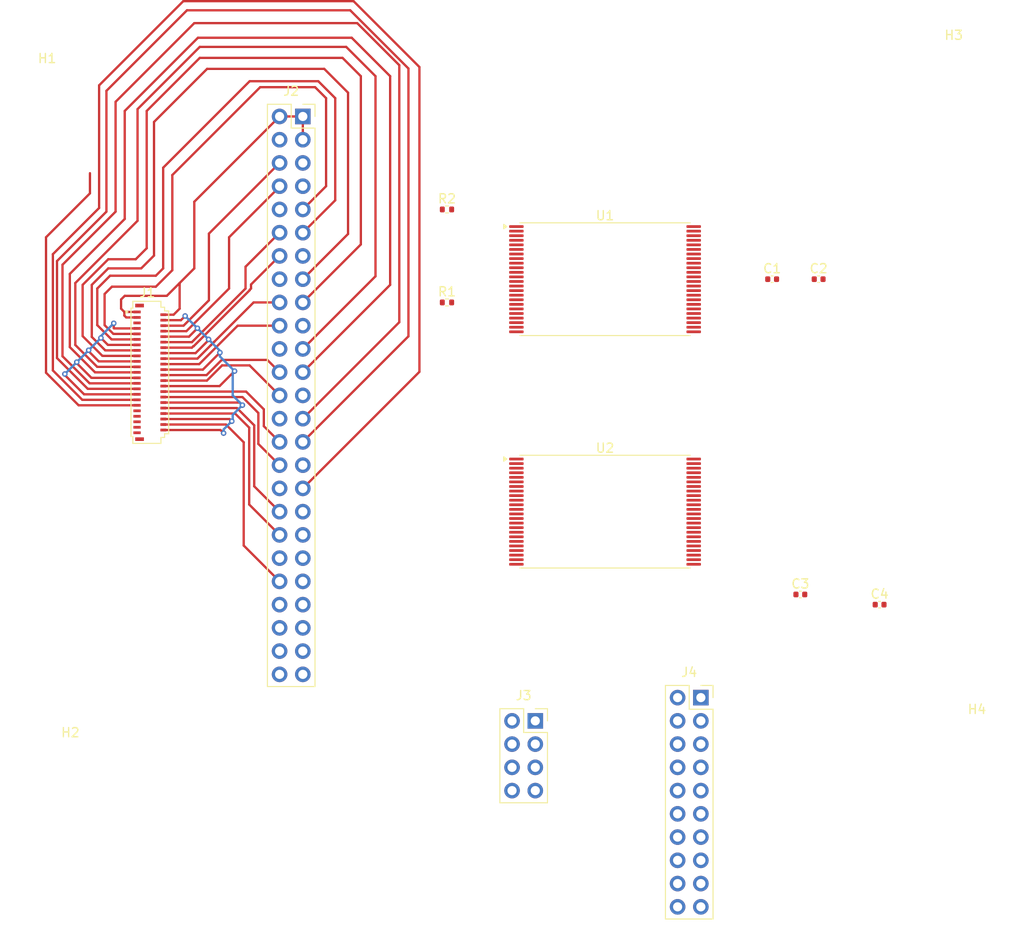
<source format=kicad_pcb>
(kicad_pcb (version 20241229) (generator "pcbnew") (generator_version "9.0")
  (layers (0 "F.Cu" signal) (2 "B.Cu" signal) (13 "F.Paste" user) (15 "B.Paste" user) (5 "F.SilkS" user "F.Silkscreen") (7 "B.SilkS" user "B.Silkscreen") (1 "F.Mask" user) (3 "B.Mask" user) (25 "Edge.Cuts" user))
  (net 0 "")
  (net 1 "GND")
  (net 2 "+3V3")
  (net 3 "/IO3")
  (net 4 "/IO2")
  (net 5 "/MISC7")
  (net 6 "/IO4")
  (net 7 "/MISC3")
  (net 8 "/RY{slash}BY#")
  (net 9 "/MISC4")
  (net 10 "/MISC6")
  (net 11 "/CE0#")
  (net 12 "/IO1")
  (net 13 "/CLE")
  (net 14 "/MISC2")
  (net 15 "/MISC5")
  (net 16 "/RE#")
  (net 17 "/UART_RX")
  (net 18 "/IO5")
  (net 19 "/IO6")
  (net 20 "/IO7")
  (net 21 "/WP#")
  (net 22 "/CE1#")
  (net 23 "/ALE")
  (net 24 "/IO8")
  (net 25 "/WE#")
  (net 26 "/MISC0")
  (net 27 "/UART_TX")
  (net 28 "/MISC1")
  (footprint "Capacitor_SMD:C_0402_1005Metric" (layer "F.Cu") (at 130.02 68.58)
    (property "Reference" "C2" (at 0 -1.16 0) (layer "F.SilkS"))
    (property "Value" "10u")
    (pad "1" smd roundrect (at -0.48 0) (size 0.56 0.62) (layers "F.Cu" "F.Mask" "F.Paste") (net 2 "+3V3"))
    (pad "2" smd roundrect (at 0.48 0) (size 0.56 0.62) (layers "F.Cu" "F.Mask" "F.Paste") (net 1 "GND"))
  )
  (footprint "Connector_PinSocket_2.54mm:PinSocket_2x10_P2.54mm_Vertical" (layer "F.Cu") (at 117.15 114.3)
    (property "Reference" "J4" (at -1.27 -2.77 0) (layer "F.SilkS"))
    (property "Value" "Conn_MISC")
    (pad "1" thru_hole rect (at 0 0) (size 1.7 1.7) (drill 1) (layers "*.Cu" "*.Mask") (net 26 "/MISC0"))
    (pad "2" thru_hole circle (at -2.54 0) (size 1.7 1.7) (drill 1) (layers "*.Cu" "*.Mask") (net 1 "GND"))
    (pad "3" thru_hole circle (at 0 2.54) (size 1.7 1.7) (drill 1) (layers "*.Cu" "*.Mask") (net 28 "/MISC1"))
    (pad "4" thru_hole circle (at -2.54 2.54) (size 1.7 1.7) (drill 1) (layers "*.Cu" "*.Mask") (net 1 "GND"))
    (pad "5" thru_hole circle (at 0 5.08) (size 1.7 1.7) (drill 1) (layers "*.Cu" "*.Mask") (net 14 "/MISC2"))
    (pad "6" thru_hole circle (at -2.54 5.08) (size 1.7 1.7) (drill 1) (layers "*.Cu" "*.Mask") (net 1 "GND"))
    (pad "7" thru_hole circle (at 0 7.62) (size 1.7 1.7) (drill 1) (layers "*.Cu" "*.Mask") (net 7 "/MISC3"))
    (pad "8" thru_hole circle (at -2.54 7.62) (size 1.7 1.7) (drill 1) (layers "*.Cu" "*.Mask") (net 1 "GND"))
    (pad "9" thru_hole circle (at 0 10.16) (size 1.7 1.7) (drill 1) (layers "*.Cu" "*.Mask") (net 9 "/MISC4"))
    (pad "10" thru_hole circle (at -2.54 10.16) (size 1.7 1.7) (drill 1) (layers "*.Cu" "*.Mask") (net 1 "GND"))
    (pad "11" thru_hole circle (at 0 12.7) (size 1.7 1.7) (drill 1) (layers "*.Cu" "*.Mask") (net 15 "/MISC5"))
    (pad "12" thru_hole circle (at -2.54 12.7) (size 1.7 1.7) (drill 1) (layers "*.Cu" "*.Mask") (net 1 "GND"))
    (pad "13" thru_hole circle (at 0 15.24) (size 1.7 1.7) (drill 1) (layers "*.Cu" "*.Mask") (net 10 "/MISC6"))
    (pad "14" thru_hole circle (at -2.54 15.24) (size 1.7 1.7) (drill 1) (layers "*.Cu" "*.Mask") (net 1 "GND"))
    (pad "15" thru_hole circle (at 0 17.78) (size 1.7 1.7) (drill 1) (layers "*.Cu" "*.Mask") (net 5 "/MISC7"))
    (pad "16" thru_hole circle (at -2.54 17.78) (size 1.7 1.7) (drill 1) (layers "*.Cu" "*.Mask") (net 1 "GND"))
    (pad "17" thru_hole circle (at 0 20.32) (size 1.7 1.7) (drill 1) (layers "*.Cu" "*.Mask") (net 2 "+3V3"))
    (pad "18" thru_hole circle (at -2.54 20.32) (size 1.7 1.7) (drill 1) (layers "*.Cu" "*.Mask") (net 1 "GND"))
    (pad "19" thru_hole circle (at 0 22.86) (size 1.7 1.7) (drill 1) (layers "*.Cu" "*.Mask") (net 1 "GND"))
    (pad "20" thru_hole circle (at -2.54 22.86) (size 1.7 1.7) (drill 1) (layers "*.Cu" "*.Mask") (net 1 "GND"))
  )
  (footprint "Connector_FFC-FPC:Hirose_FH26-45S-0.3SHW_2Rows-45Pins-1MP_P0.60mm_Horizontal" (layer "F.Cu") (at 56.945 78.76)
    (property "Reference" "J1" (at -0.27 -8.7 0) (layer "F.SilkS"))
    (property "Value" "FH26-45S-0.3SHW")
    (pad "1" smd rect (at -1.4 -6.6) (size 0.8 0.3) (layers "F.Cu" "F.Mask" "F.Paste") (net 2 "+3V3"))
    (pad "2" smd rect (at 1.475 -6.3) (size 0.65 0.3) (layers "F.Cu" "F.Mask" "F.Paste") (net 2 "+3V3"))
    (pad "3" smd rect (at -1.4 -6) (size 0.8 0.3) (layers "F.Cu" "F.Mask" "F.Paste") (net 2 "+3V3"))
    (pad "4" smd rect (at 1.475 -5.7) (size 0.65 0.3) (layers "F.Cu" "F.Mask" "F.Paste") (net 1 "GND"))
    (pad "5" smd rect (at -1.4 -5.4) (size 0.8 0.3) (layers "F.Cu" "F.Mask" "F.Paste") (net 12 "/IO1"))
    (pad "6" smd rect (at 1.475 -5.1) (size 0.65 0.3) (layers "F.Cu" "F.Mask" "F.Paste") (net 4 "/IO2"))
    (pad "7" smd rect (at -1.4 -4.8) (size 0.8 0.3) (layers "F.Cu" "F.Mask" "F.Paste") (net 1 "GND"))
    (pad "8" smd rect (at 1.475 -4.5) (size 0.65 0.3) (layers "F.Cu" "F.Mask" "F.Paste") (net 3 "/IO3"))
    (pad "9" smd rect (at -1.4 -4.2) (size 0.8 0.3) (layers "F.Cu" "F.Mask" "F.Paste") (net 6 "/IO4"))
    (pad "10" smd rect (at 1.475 -3.9) (size 0.65 0.3) (layers "F.Cu" "F.Mask" "F.Paste") (net 1 "GND"))
    (pad "11" smd rect (at -1.4 -3.6) (size 0.8 0.3) (layers "F.Cu" "F.Mask" "F.Paste") (net 18 "/IO5"))
    (pad "12" smd rect (at 1.475 -3.3) (size 0.65 0.3) (layers "F.Cu" "F.Mask" "F.Paste") (net 19 "/IO6"))
    (pad "13" smd rect (at -1.4 -3) (size 0.8 0.3) (layers "F.Cu" "F.Mask" "F.Paste") (net 1 "GND"))
    (pad "14" smd rect (at 1.475 -2.7) (size 0.65 0.3) (layers "F.Cu" "F.Mask" "F.Paste") (net 20 "/IO7"))
    (pad "15" smd rect (at -1.4 -2.4) (size 0.8 0.3) (layers "F.Cu" "F.Mask" "F.Paste") (net 24 "/IO8"))
    (pad "16" smd rect (at 1.475 -2.1) (size 0.65 0.3) (layers "F.Cu" "F.Mask" "F.Paste") (net 1 "GND"))
    (pad "17" smd rect (at -1.4 -1.8) (size 0.8 0.3) (layers "F.Cu" "F.Mask" "F.Paste") (net 11 "/CE0#"))
    (pad "18" smd rect (at 1.475 -1.5) (size 0.65 0.3) (layers "F.Cu" "F.Mask" "F.Paste") (net 22 "/CE1#"))
    (pad "19" smd rect (at -1.4 -1.2) (size 0.8 0.3) (layers "F.Cu" "F.Mask" "F.Paste") (net 1 "GND"))
    (pad "20" smd rect (at 1.475 -0.9) (size 0.65 0.3) (layers "F.Cu" "F.Mask" "F.Paste") (net 13 "/CLE"))
    (pad "21" smd rect (at -1.4 -0.6) (size 0.8 0.3) (layers "F.Cu" "F.Mask" "F.Paste") (net 23 "/ALE"))
    (pad "22" smd rect (at 1.475 -0.3) (size 0.65 0.3) (layers "F.Cu" "F.Mask" "F.Paste") (net 1 "GND"))
    (pad "23" smd rect (at -1.4 0) (size 0.8 0.3) (layers "F.Cu" "F.Mask" "F.Paste") (net 21 "/WP#"))
    (pad "24" smd rect (at 1.475 0.3) (size 0.65 0.3) (layers "F.Cu" "F.Mask" "F.Paste") (net 25 "/WE#"))
    (pad "25" smd rect (at -1.4 0.6) (size 0.8 0.3) (layers "F.Cu" "F.Mask" "F.Paste") (net 1 "GND"))
    (pad "26" smd rect (at 1.475 0.9) (size 0.65 0.3) (layers "F.Cu" "F.Mask" "F.Paste") (net 16 "/RE#"))
    (pad "27" smd rect (at -1.4 1.2) (size 0.8 0.3) (layers "F.Cu" "F.Mask" "F.Paste") (net 8 "/RY{slash}BY#"))
    (pad "28" smd rect (at 1.475 1.5) (size 0.65 0.3) (layers "F.Cu" "F.Mask" "F.Paste") (net 1 "GND"))
    (pad "29" smd rect (at -1.4 1.8) (size 0.8 0.3) (layers "F.Cu" "F.Mask" "F.Paste") (net 27 "/UART_TX"))
    (pad "30" smd rect (at 1.475 2.1) (size 0.65 0.3) (layers "F.Cu" "F.Mask" "F.Paste") (net 17 "/UART_RX"))
    (pad "31" smd rect (at -1.4 2.4) (size 0.8 0.3) (layers "F.Cu" "F.Mask" "F.Paste") (net 1 "GND"))
    (pad "32" smd rect (at 1.475 2.7) (size 0.65 0.3) (layers "F.Cu" "F.Mask" "F.Paste") (net 26 "/MISC0"))
    (pad "33" smd rect (at -1.4 3) (size 0.8 0.3) (layers "F.Cu" "F.Mask" "F.Paste") (net 28 "/MISC1"))
    (pad "34" smd rect (at 1.475 3.3) (size 0.65 0.3) (layers "F.Cu" "F.Mask" "F.Paste") (net 1 "GND"))
    (pad "35" smd rect (at -1.4 3.6) (size 0.8 0.3) (layers "F.Cu" "F.Mask" "F.Paste") (net 14 "/MISC2"))
    (pad "36" smd rect (at 1.475 3.9) (size 0.65 0.3) (layers "F.Cu" "F.Mask" "F.Paste") (net 7 "/MISC3"))
    (pad "37" smd rect (at -1.4 4.2) (size 0.8 0.3) (layers "F.Cu" "F.Mask" "F.Paste") (net 1 "GND"))
    (pad "38" smd rect (at 1.475 4.5) (size 0.65 0.3) (layers "F.Cu" "F.Mask" "F.Paste") (net 9 "/MISC4"))
    (pad "39" smd rect (at -1.4 4.8) (size 0.8 0.3) (layers "F.Cu" "F.Mask" "F.Paste") (net 15 "/MISC5"))
    (pad "40" smd rect (at 1.475 5.1) (size 0.65 0.3) (layers "F.Cu" "F.Mask" "F.Paste") (net 1 "GND"))
    (pad "41" smd rect (at -1.4 5.4) (size 0.8 0.3) (layers "F.Cu" "F.Mask" "F.Paste") (net 10 "/MISC6"))
    (pad "42" smd rect (at 1.475 5.7) (size 0.65 0.3) (layers "F.Cu" "F.Mask" "F.Paste") (net 5 "/MISC7"))
    (pad "43" smd rect (at -1.4 6) (size 0.8 0.3) (layers "F.Cu" "F.Mask" "F.Paste") (net 1 "GND"))
    (pad "44" smd rect (at 1.475 6.3) (size 0.65 0.3) (layers "F.Cu" "F.Mask" "F.Paste") (net 1 "GND"))
    (pad "45" smd rect (at -1.4 6.6) (size 0.8 0.3) (layers "F.Cu" "F.Mask" "F.Paste") (net 1 "GND"))
    (pad "MP" smd rect (at -1.125 -7.3) (size 0.95 0.4) (layers "F.Cu" "F.Mask" "F.Paste"))
    (pad "MP" smd rect (at -1.125 7.3) (size 0.95 0.4) (layers "F.Cu" "F.Mask" "F.Paste"))
  )
  (footprint "Resistor_SMD:R_0402_1005Metric" (layer "F.Cu") (at 89.41 71.12)
    (property "Reference" "R1" (at 0 -1.17 0) (layer "F.SilkS"))
    (property "Value" "5k1")
    (pad "1" smd roundrect (at -0.51 0) (size 0.54 0.64) (layers "F.Cu" "F.Mask" "F.Paste") (net 21 "/WP#"))
    (pad "2" smd roundrect (at 0.51 0) (size 0.54 0.64) (layers "F.Cu" "F.Mask" "F.Paste") (net 1 "GND"))
  )
  (footprint "Connector_PinSocket_2.54mm:PinSocket_2x25_P2.54mm_Vertical" (layer "F.Cu") (at 73.66 50.8)
    (property "Reference" "J2" (at -1.27 -2.77 0) (layer "F.SilkS"))
    (property "Value" "PinSocket_2.54mm")
    (pad "1" thru_hole rect (at 0 0) (size 1.7 1.7) (drill 1) (layers "*.Cu" "*.Mask") (net 2 "+3V3"))
    (pad "2" thru_hole circle (at -2.54 0) (size 1.7 1.7) (drill 1) (layers "*.Cu" "*.Mask") (net 2 "+3V3"))
    (pad "3" thru_hole circle (at 0 2.54) (size 1.7 1.7) (drill 1) (layers "*.Cu" "*.Mask") (net 2 "+3V3"))
    (pad "4" thru_hole circle (at -2.54 2.54) (size 1.7 1.7) (drill 1) (layers "*.Cu" "*.Mask") (net 1 "GND"))
    (pad "5" thru_hole circle (at 0 5.08) (size 1.7 1.7) (drill 1) (layers "*.Cu" "*.Mask") (net 12 "/IO1"))
    (pad "6" thru_hole circle (at -2.54 5.08) (size 1.7 1.7) (drill 1) (layers "*.Cu" "*.Mask") (net 4 "/IO2"))
    (pad "7" thru_hole circle (at 0 7.62) (size 1.7 1.7) (drill 1) (layers "*.Cu" "*.Mask") (net 1 "GND"))
    (pad "8" thru_hole circle (at -2.54 7.62) (size 1.7 1.7) (drill 1) (layers "*.Cu" "*.Mask") (net 3 "/IO3"))
    (pad "9" thru_hole circle (at 0 10.16) (size 1.7 1.7) (drill 1) (layers "*.Cu" "*.Mask") (net 6 "/IO4"))
    (pad "10" thru_hole circle (at -2.54 10.16) (size 1.7 1.7) (drill 1) (layers "*.Cu" "*.Mask") (net 1 "GND"))
    (pad "11" thru_hole circle (at 0 12.7) (size 1.7 1.7) (drill 1) (layers "*.Cu" "*.Mask") (net 18 "/IO5"))
    (pad "12" thru_hole circle (at -2.54 12.7) (size 1.7 1.7) (drill 1) (layers "*.Cu" "*.Mask") (net 19 "/IO6"))
    (pad "13" thru_hole circle (at 0 15.24) (size 1.7 1.7) (drill 1) (layers "*.Cu" "*.Mask") (net 1 "GND"))
    (pad "14" thru_hole circle (at -2.54 15.24) (size 1.7 1.7) (drill 1) (layers "*.Cu" "*.Mask") (net 20 "/IO7"))
    (pad "15" thru_hole circle (at 0 17.78) (size 1.7 1.7) (drill 1) (layers "*.Cu" "*.Mask") (net 24 "/IO8"))
    (pad "16" thru_hole circle (at -2.54 17.78) (size 1.7 1.7) (drill 1) (layers "*.Cu" "*.Mask") (net 1 "GND"))
    (pad "17" thru_hole circle (at 0 20.32) (size 1.7 1.7) (drill 1) (layers "*.Cu" "*.Mask") (net 11 "/CE0#"))
    (pad "18" thru_hole circle (at -2.54 20.32) (size 1.7 1.7) (drill 1) (layers "*.Cu" "*.Mask") (net 22 "/CE1#"))
    (pad "19" thru_hole circle (at 0 22.86) (size 1.7 1.7) (drill 1) (layers "*.Cu" "*.Mask") (net 1 "GND"))
    (pad "20" thru_hole circle (at -2.54 22.86) (size 1.7 1.7) (drill 1) (layers "*.Cu" "*.Mask") (net 13 "/CLE"))
    (pad "21" thru_hole circle (at 0 25.4) (size 1.7 1.7) (drill 1) (layers "*.Cu" "*.Mask") (net 23 "/ALE"))
    (pad "22" thru_hole circle (at -2.54 25.4) (size 1.7 1.7) (drill 1) (layers "*.Cu" "*.Mask") (net 1 "GND"))
    (pad "23" thru_hole circle (at 0 27.94) (size 1.7 1.7) (drill 1) (layers "*.Cu" "*.Mask") (net 21 "/WP#"))
    (pad "24" thru_hole circle (at -2.54 27.94) (size 1.7 1.7) (drill 1) (layers "*.Cu" "*.Mask") (net 25 "/WE#"))
    (pad "25" thru_hole circle (at 0 30.48) (size 1.7 1.7) (drill 1) (layers "*.Cu" "*.Mask") (net 1 "GND"))
    (pad "26" thru_hole circle (at -2.54 30.48) (size 1.7 1.7) (drill 1) (layers "*.Cu" "*.Mask") (net 16 "/RE#"))
    (pad "27" thru_hole circle (at 0 33.02) (size 1.7 1.7) (drill 1) (layers "*.Cu" "*.Mask") (net 8 "/RY{slash}BY#"))
    (pad "28" thru_hole circle (at -2.54 33.02) (size 1.7 1.7) (drill 1) (layers "*.Cu" "*.Mask") (net 1 "GND"))
    (pad "29" thru_hole circle (at 0 35.56) (size 1.7 1.7) (drill 1) (layers "*.Cu" "*.Mask") (net 27 "/UART_TX"))
    (pad "30" thru_hole circle (at -2.54 35.56) (size 1.7 1.7) (drill 1) (layers "*.Cu" "*.Mask") (net 17 "/UART_RX"))
    (pad "31" thru_hole circle (at 0 38.1) (size 1.7 1.7) (drill 1) (layers "*.Cu" "*.Mask") (net 1 "GND"))
    (pad "32" thru_hole circle (at -2.54 38.1) (size 1.7 1.7) (drill 1) (layers "*.Cu" "*.Mask") (net 26 "/MISC0"))
    (pad "33" thru_hole circle (at 0 40.64) (size 1.7 1.7) (drill 1) (layers "*.Cu" "*.Mask") (net 28 "/MISC1"))
    (pad "34" thru_hole circle (at -2.54 40.64) (size 1.7 1.7) (drill 1) (layers "*.Cu" "*.Mask") (net 1 "GND"))
    (pad "35" thru_hole circle (at 0 43.18) (size 1.7 1.7) (drill 1) (layers "*.Cu" "*.Mask") (net 14 "/MISC2"))
    (pad "36" thru_hole circle (at -2.54 43.18) (size 1.7 1.7) (drill 1) (layers "*.Cu" "*.Mask") (net 7 "/MISC3"))
    (pad "37" thru_hole circle (at 0 45.72) (size 1.7 1.7) (drill 1) (layers "*.Cu" "*.Mask") (net 1 "GND"))
    (pad "38" thru_hole circle (at -2.54 45.72) (size 1.7 1.7) (drill 1) (layers "*.Cu" "*.Mask") (net 9 "/MISC4"))
    (pad "39" thru_hole circle (at 0 48.26) (size 1.7 1.7) (drill 1) (layers "*.Cu" "*.Mask") (net 15 "/MISC5"))
    (pad "40" thru_hole circle (at -2.54 48.26) (size 1.7 1.7) (drill 1) (layers "*.Cu" "*.Mask") (net 1 "GND"))
    (pad "41" thru_hole circle (at 0 50.8) (size 1.7 1.7) (drill 1) (layers "*.Cu" "*.Mask") (net 10 "/MISC6"))
    (pad "42" thru_hole circle (at -2.54 50.8) (size 1.7 1.7) (drill 1) (layers "*.Cu" "*.Mask") (net 5 "/MISC7"))
    (pad "43" thru_hole circle (at 0 53.34) (size 1.7 1.7) (drill 1) (layers "*.Cu" "*.Mask") (net 1 "GND"))
    (pad "44" thru_hole circle (at -2.54 53.34) (size 1.7 1.7) (drill 1) (layers "*.Cu" "*.Mask") (net 1 "GND"))
    (pad "45" thru_hole circle (at 0 55.88) (size 1.7 1.7) (drill 1) (layers "*.Cu" "*.Mask") (net 1 "GND"))
    (pad "46" thru_hole circle (at -2.54 55.88) (size 1.7 1.7) (drill 1) (layers "*.Cu" "*.Mask"))
    (pad "47" thru_hole circle (at 0 58.42) (size 1.7 1.7) (drill 1) (layers "*.Cu" "*.Mask"))
    (pad "48" thru_hole circle (at -2.54 58.42) (size 1.7 1.7) (drill 1) (layers "*.Cu" "*.Mask"))
    (pad "49" thru_hole circle (at 0 60.96) (size 1.7 1.7) (drill 1) (layers "*.Cu" "*.Mask"))
    (pad "50" thru_hole circle (at -2.54 60.96) (size 1.7 1.7) (drill 1) (layers "*.Cu" "*.Mask"))
  )
  (footprint "Capacitor_SMD:C_0402_1005Metric" (layer "F.Cu") (at 124.94 68.58)
    (property "Reference" "C1" (at 0 -1.16 0) (layer "F.SilkS"))
    (property "Value" "0.1u")
    (pad "1" smd roundrect (at -0.48 0) (size 0.56 0.62) (layers "F.Cu" "F.Mask" "F.Paste") (net 2 "+3V3"))
    (pad "2" smd roundrect (at 0.48 0) (size 0.56 0.62) (layers "F.Cu" "F.Mask" "F.Paste") (net 1 "GND"))
  )
  (footprint "MountingHole:MountingHole_3.2mm_M3_ISO7380" (layer "F.Cu") (at 48.26 121.92)
    (property "Reference" "H2" (at 0 -3.8 0) (layer "F.SilkS"))
    (property "Value" "MountingHole")
    (pad "" np_thru_hole circle (at 0 0) (size 3.2 3.2) (drill 3.2) (layers "*.Cu" "*.Mask"))
  )
  (footprint "Package_SO:TSOP-I-48_18.4x12mm_P0.5mm" (layer "F.Cu") (at 106.68 68.58)
    (property "Reference" "U1" (at 0 -6.95 0) (layer "F.SilkS"))
    (property "Value" "TC58BVG0S3HTA00")
    (pad "1" smd roundrect (at -9.6875 -5.75) (size 1.575 0.3) (layers "F.Cu" "F.Mask" "F.Paste"))
    (pad "2" smd roundrect (at -9.6875 -5.25) (size 1.575 0.3) (layers "F.Cu" "F.Mask" "F.Paste"))
    (pad "3" smd roundrect (at -9.6875 -4.75) (size 1.575 0.3) (layers "F.Cu" "F.Mask" "F.Paste"))
    (pad "4" smd roundrect (at -9.6875 -4.25) (size 1.575 0.3) (layers "F.Cu" "F.Mask" "F.Paste"))
    (pad "5" smd roundrect (at -9.6875 -3.75) (size 1.575 0.3) (layers "F.Cu" "F.Mask" "F.Paste"))
    (pad "6" smd roundrect (at -9.6875 -3.25) (size 1.575 0.3) (layers "F.Cu" "F.Mask" "F.Paste"))
    (pad "7" smd roundrect (at -9.6875 -2.75) (size 1.575 0.3) (layers "F.Cu" "F.Mask" "F.Paste") (net 8 "/RY{slash}BY#"))
    (pad "8" smd roundrect (at -9.6875 -2.25) (size 1.575 0.3) (layers "F.Cu" "F.Mask" "F.Paste") (net 16 "/RE#"))
    (pad "9" smd roundrect (at -9.6875 -1.75) (size 1.575 0.3) (layers "F.Cu" "F.Mask" "F.Paste") (net 11 "/CE0#"))
    (pad "10" smd roundrect (at -9.6875 -1.25) (size 1.575 0.3) (layers "F.Cu" "F.Mask" "F.Paste"))
    (pad "11" smd roundrect (at -9.6875 -0.75) (size 1.575 0.3) (layers "F.Cu" "F.Mask" "F.Paste"))
    (pad "12" smd roundrect (at -9.6875 -0.25) (size 1.575 0.3) (layers "F.Cu" "F.Mask" "F.Paste") (net 2 "+3V3"))
    (pad "13" smd roundrect (at -9.6875 0.25) (size 1.575 0.3) (layers "F.Cu" "F.Mask" "F.Paste") (net 1 "GND"))
    (pad "14" smd roundrect (at -9.6875 0.75) (size 1.575 0.3) (layers "F.Cu" "F.Mask" "F.Paste"))
    (pad "15" smd roundrect (at -9.6875 1.25) (size 1.575 0.3) (layers "F.Cu" "F.Mask" "F.Paste"))
    (pad "16" smd roundrect (at -9.6875 1.75) (size 1.575 0.3) (layers "F.Cu" "F.Mask" "F.Paste") (net 13 "/CLE"))
    (pad "17" smd roundrect (at -9.6875 2.25) (size 1.575 0.3) (layers "F.Cu" "F.Mask" "F.Paste") (net 23 "/ALE"))
    (pad "18" smd roundrect (at -9.6875 2.75) (size 1.575 0.3) (layers "F.Cu" "F.Mask" "F.Paste") (net 25 "/WE#"))
    (pad "19" smd roundrect (at -9.6875 3.25) (size 1.575 0.3) (layers "F.Cu" "F.Mask" "F.Paste") (net 21 "/WP#"))
    (pad "20" smd roundrect (at -9.6875 3.75) (size 1.575 0.3) (layers "F.Cu" "F.Mask" "F.Paste"))
    (pad "21" smd roundrect (at -9.6875 4.25) (size 1.575 0.3) (layers "F.Cu" "F.Mask" "F.Paste"))
    (pad "22" smd roundrect (at -9.6875 4.75) (size 1.575 0.3) (layers "F.Cu" "F.Mask" "F.Paste"))
    (pad "23" smd roundrect (at -9.6875 5.25) (size 1.575 0.3) (layers "F.Cu" "F.Mask" "F.Paste"))
    (pad "24" smd roundrect (at -9.6875 5.75) (size 1.575 0.3) (layers "F.Cu" "F.Mask" "F.Paste"))
    (pad "25" smd roundrect (at 9.6875 5.75) (size 1.575 0.3) (layers "F.Cu" "F.Mask" "F.Paste"))
    (pad "26" smd roundrect (at 9.6875 5.25) (size 1.575 0.3) (layers "F.Cu" "F.Mask" "F.Paste"))
    (pad "27" smd roundrect (at 9.6875 4.75) (size 1.575 0.3) (layers "F.Cu" "F.Mask" "F.Paste"))
    (pad "28" smd roundrect (at 9.6875 4.25) (size 1.575 0.3) (layers "F.Cu" "F.Mask" "F.Paste"))
    (pad "29" smd roundrect (at 9.6875 3.75) (size 1.575 0.3) (layers "F.Cu" "F.Mask" "F.Paste") (net 12 "/IO1"))
    (pad "30" smd roundrect (at 9.6875 3.25) (size 1.575 0.3) (layers "F.Cu" "F.Mask" "F.Paste") (net 4 "/IO2"))
    (pad "31" smd roundrect (at 9.6875 2.75) (size 1.575 0.3) (layers "F.Cu" "F.Mask" "F.Paste") (net 3 "/IO3"))
    (pad "32" smd roundrect (at 9.6875 2.25) (size 1.575 0.3) (layers "F.Cu" "F.Mask" "F.Paste") (net 6 "/IO4"))
    (pad "33" smd roundrect (at 9.6875 1.75) (size 1.575 0.3) (layers "F.Cu" "F.Mask" "F.Paste"))
    (pad "34" smd roundrect (at 9.6875 1.25) (size 1.575 0.3) (layers "F.Cu" "F.Mask" "F.Paste"))
    (pad "35" smd roundrect (at 9.6875 0.75) (size 1.575 0.3) (layers "F.Cu" "F.Mask" "F.Paste"))
    (pad "36" smd roundrect (at 9.6875 0.25) (size 1.575 0.3) (layers "F.Cu" "F.Mask" "F.Paste") (net 1 "GND"))
    (pad "37" smd roundrect (at 9.6875 -0.25) (size 1.575 0.3) (layers "F.Cu" "F.Mask" "F.Paste") (net 2 "+3V3"))
    (pad "38" smd roundrect (at 9.6875 -0.75) (size 1.575 0.3) (layers "F.Cu" "F.Mask" "F.Paste"))
    (pad "39" smd roundrect (at 9.6875 -1.25) (size 1.575 0.3) (layers "F.Cu" "F.Mask" "F.Paste"))
    (pad "40" smd roundrect (at 9.6875 -1.75) (size 1.575 0.3) (layers "F.Cu" "F.Mask" "F.Paste"))
    (pad "41" smd roundrect (at 9.6875 -2.25) (size 1.575 0.3) (layers "F.Cu" "F.Mask" "F.Paste") (net 18 "/IO5"))
    (pad "42" smd roundrect (at 9.6875 -2.75) (size 1.575 0.3) (layers "F.Cu" "F.Mask" "F.Paste") (net 19 "/IO6"))
    (pad "43" smd roundrect (at 9.6875 -3.25) (size 1.575 0.3) (layers "F.Cu" "F.Mask" "F.Paste") (net 20 "/IO7"))
    (pad "44" smd roundrect (at 9.6875 -3.75) (size 1.575 0.3) (layers "F.Cu" "F.Mask" "F.Paste") (net 24 "/IO8"))
    (pad "45" smd roundrect (at 9.6875 -4.25) (size 1.575 0.3) (layers "F.Cu" "F.Mask" "F.Paste"))
    (pad "46" smd roundrect (at 9.6875 -4.75) (size 1.575 0.3) (layers "F.Cu" "F.Mask" "F.Paste"))
    (pad "47" smd roundrect (at 9.6875 -5.25) (size 1.575 0.3) (layers "F.Cu" "F.Mask" "F.Paste"))
    (pad "48" smd roundrect (at 9.6875 -5.75) (size 1.575 0.3) (layers "F.Cu" "F.Mask" "F.Paste"))
  )
  (footprint "Capacitor_SMD:C_0402_1005Metric" (layer "F.Cu") (at 128.02 103.03)
    (property "Reference" "C3" (at 0 -1.16 0) (layer "F.SilkS"))
    (property "Value" "0.1u")
    (pad "1" smd roundrect (at -0.48 0) (size 0.56 0.62) (layers "F.Cu" "F.Mask" "F.Paste") (net 2 "+3V3"))
    (pad "2" smd roundrect (at 0.48 0) (size 0.56 0.62) (layers "F.Cu" "F.Mask" "F.Paste") (net 1 "GND"))
  )
  (footprint "MountingHole:MountingHole_3.2mm_M3_ISO7380" (layer "F.Cu") (at 147.32 119.38)
    (property "Reference" "H4" (at 0 -3.8 0) (layer "F.SilkS"))
    (property "Value" "MountingHole")
    (pad "" np_thru_hole circle (at 0 0) (size 3.2 3.2) (drill 3.2) (layers "*.Cu" "*.Mask"))
  )
  (footprint "Capacitor_SMD:C_0402_1005Metric" (layer "F.Cu") (at 136.68 104.14)
    (property "Reference" "C4" (at 0 -1.16 0) (layer "F.SilkS"))
    (property "Value" "10u")
    (pad "1" smd roundrect (at -0.48 0) (size 0.56 0.62) (layers "F.Cu" "F.Mask" "F.Paste") (net 2 "+3V3"))
    (pad "2" smd roundrect (at 0.48 0) (size 0.56 0.62) (layers "F.Cu" "F.Mask" "F.Paste") (net 1 "GND"))
  )
  (footprint "MountingHole:MountingHole_3.2mm_M3_ISO7380" (layer "F.Cu") (at 144.78 45.72)
    (property "Reference" "H3" (at 0 -3.8 0) (layer "F.SilkS"))
    (property "Value" "MountingHole")
    (pad "" np_thru_hole circle (at 0 0) (size 3.2 3.2) (drill 3.2) (layers "*.Cu" "*.Mask"))
  )
  (footprint "Connector_PinSocket_2.54mm:PinSocket_2x04_P2.54mm_Vertical" (layer "F.Cu") (at 99.06 116.84)
    (property "Reference" "J3" (at -1.27 -2.77 0) (layer "F.SilkS"))
    (property "Value" "Conn_UART")
    (pad "1" thru_hole rect (at 0 0) (size 1.7 1.7) (drill 1) (layers "*.Cu" "*.Mask") (net 27 "/UART_TX"))
    (pad "2" thru_hole circle (at -2.54 0) (size 1.7 1.7) (drill 1) (layers "*.Cu" "*.Mask") (net 1 "GND"))
    (pad "3" thru_hole circle (at 0 2.54) (size 1.7 1.7) (drill 1) (layers "*.Cu" "*.Mask") (net 17 "/UART_RX"))
    (pad "4" thru_hole circle (at -2.54 2.54) (size 1.7 1.7) (drill 1) (layers "*.Cu" "*.Mask") (net 1 "GND"))
    (pad "5" thru_hole circle (at 0 5.08) (size 1.7 1.7) (drill 1) (layers "*.Cu" "*.Mask") (net 2 "+3V3"))
    (pad "6" thru_hole circle (at -2.54 5.08) (size 1.7 1.7) (drill 1) (layers "*.Cu" "*.Mask") (net 1 "GND"))
    (pad "7" thru_hole circle (at 0 7.62) (size 1.7 1.7) (drill 1) (layers "*.Cu" "*.Mask") (net 1 "GND"))
    (pad "8" thru_hole circle (at -2.54 7.62) (size 1.7 1.7) (drill 1) (layers "*.Cu" "*.Mask") (net 1 "GND"))
  )
  (footprint "Resistor_SMD:R_0402_1005Metric" (layer "F.Cu") (at 89.41 60.96)
    (property "Reference" "R2" (at 0 -1.17 0) (layer "F.SilkS"))
    (property "Value" "5k1")
    (pad "1" smd roundrect (at -0.51 0) (size 0.54 0.64) (layers "F.Cu" "F.Mask" "F.Paste") (net 2 "+3V3"))
    (pad "2" smd roundrect (at 0.51 0) (size 0.54 0.64) (layers "F.Cu" "F.Mask" "F.Paste") (net 8 "/RY{slash}BY#"))
  )
  (footprint "MountingHole:MountingHole_3.2mm_M3_ISO7380" (layer "F.Cu") (at 45.72 48.26)
    (property "Reference" "H1" (at 0 -3.8 0) (layer "F.SilkS"))
    (property "Value" "MountingHole")
    (pad "" np_thru_hole circle (at 0 0) (size 3.2 3.2) (drill 3.2) (layers "*.Cu" "*.Mask"))
  )
  (footprint "Package_SO:TSOP-I-48_18.4x12mm_P0.5mm" (layer "F.Cu") (at 106.68 93.98)
    (property "Reference" "U2" (at 0 -6.95 0) (layer "F.SilkS"))
    (property "Value" "TC58BVG0S3HTA00")
    (pad "1" smd roundrect (at -9.6875 -5.75) (size 1.575 0.3) (layers "F.Cu" "F.Mask" "F.Paste"))
    (pad "2" smd roundrect (at -9.6875 -5.25) (size 1.575 0.3) (layers "F.Cu" "F.Mask" "F.Paste"))
    (pad "3" smd roundrect (at -9.6875 -4.75) (size 1.575 0.3) (layers "F.Cu" "F.Mask" "F.Paste"))
    (pad "4" smd roundrect (at -9.6875 -4.25) (size 1.575 0.3) (layers "F.Cu" "F.Mask" "F.Paste"))
    (pad "5" smd roundrect (at -9.6875 -3.75) (size 1.575 0.3) (layers "F.Cu" "F.Mask" "F.Paste"))
    (pad "6" smd roundrect (at -9.6875 -3.25) (size 1.575 0.3) (layers "F.Cu" "F.Mask" "F.Paste"))
    (pad "7" smd roundrect (at -9.6875 -2.75) (size 1.575 0.3) (layers "F.Cu" "F.Mask" "F.Paste") (net 8 "/RY{slash}BY#"))
    (pad "8" smd roundrect (at -9.6875 -2.25) (size 1.575 0.3) (layers "F.Cu" "F.Mask" "F.Paste") (net 16 "/RE#"))
    (pad "9" smd roundrect (at -9.6875 -1.75) (size 1.575 0.3) (layers "F.Cu" "F.Mask" "F.Paste") (net 22 "/CE1#"))
    (pad "10" smd roundrect (at -9.6875 -1.25) (size 1.575 0.3) (layers "F.Cu" "F.Mask" "F.Paste"))
    (pad "11" smd roundrect (at -9.6875 -0.75) (size 1.575 0.3) (layers "F.Cu" "F.Mask" "F.Paste"))
    (pad "12" smd roundrect (at -9.6875 -0.25) (size 1.575 0.3) (layers "F.Cu" "F.Mask" "F.Paste") (net 2 "+3V3"))
    (pad "13" smd roundrect (at -9.6875 0.25) (size 1.575 0.3) (layers "F.Cu" "F.Mask" "F.Paste") (net 1 "GND"))
    (pad "14" smd roundrect (at -9.6875 0.75) (size 1.575 0.3) (layers "F.Cu" "F.Mask" "F.Paste"))
    (pad "15" smd roundrect (at -9.6875 1.25) (size 1.575 0.3) (layers "F.Cu" "F.Mask" "F.Paste"))
    (pad "16" smd roundrect (at -9.6875 1.75) (size 1.575 0.3) (layers "F.Cu" "F.Mask" "F.Paste") (net 13 "/CLE"))
    (pad "17" smd roundrect (at -9.6875 2.25) (size 1.575 0.3) (layers "F.Cu" "F.Mask" "F.Paste") (net 23 "/ALE"))
    (pad "18" smd roundrect (at -9.6875 2.75) (size 1.575 0.3) (layers "F.Cu" "F.Mask" "F.Paste") (net 25 "/WE#"))
    (pad "19" smd roundrect (at -9.6875 3.25) (size 1.575 0.3) (layers "F.Cu" "F.Mask" "F.Paste") (net 21 "/WP#"))
    (pad "20" smd roundrect (at -9.6875 3.75) (size 1.575 0.3) (layers "F.Cu" "F.Mask" "F.Paste"))
    (pad "21" smd roundrect (at -9.6875 4.25) (size 1.575 0.3) (layers "F.Cu" "F.Mask" "F.Paste"))
    (pad "22" smd roundrect (at -9.6875 4.75) (size 1.575 0.3) (layers "F.Cu" "F.Mask" "F.Paste"))
    (pad "23" smd roundrect (at -9.6875 5.25) (size 1.575 0.3) (layers "F.Cu" "F.Mask" "F.Paste"))
    (pad "24" smd roundrect (at -9.6875 5.75) (size 1.575 0.3) (layers "F.Cu" "F.Mask" "F.Paste"))
    (pad "25" smd roundrect (at 9.6875 5.75) (size 1.575 0.3) (layers "F.Cu" "F.Mask" "F.Paste"))
    (pad "26" smd roundrect (at 9.6875 5.25) (size 1.575 0.3) (layers "F.Cu" "F.Mask" "F.Paste"))
    (pad "27" smd roundrect (at 9.6875 4.75) (size 1.575 0.3) (layers "F.Cu" "F.Mask" "F.Paste"))
    (pad "28" smd roundrect (at 9.6875 4.25) (size 1.575 0.3) (layers "F.Cu" "F.Mask" "F.Paste"))
    (pad "29" smd roundrect (at 9.6875 3.75) (size 1.575 0.3) (layers "F.Cu" "F.Mask" "F.Paste") (net 12 "/IO1"))
    (pad "30" smd roundrect (at 9.6875 3.25) (size 1.575 0.3) (layers "F.Cu" "F.Mask" "F.Paste") (net 4 "/IO2"))
    (pad "31" smd roundrect (at 9.6875 2.75) (size 1.575 0.3) (layers "F.Cu" "F.Mask" "F.Paste") (net 3 "/IO3"))
    (pad "32" smd roundrect (at 9.6875 2.25) (size 1.575 0.3) (layers "F.Cu" "F.Mask" "F.Paste") (net 6 "/IO4"))
    (pad "33" smd roundrect (at 9.6875 1.75) (size 1.575 0.3) (layers "F.Cu" "F.Mask" "F.Paste"))
    (pad "34" smd roundrect (at 9.6875 1.25) (size 1.575 0.3) (layers "F.Cu" "F.Mask" "F.Paste"))
    (pad "35" smd roundrect (at 9.6875 0.75) (size 1.575 0.3) (layers "F.Cu" "F.Mask" "F.Paste"))
    (pad "36" smd roundrect (at 9.6875 0.25) (size 1.575 0.3) (layers "F.Cu" "F.Mask" "F.Paste") (net 1 "GND"))
    (pad "37" smd roundrect (at 9.6875 -0.25) (size 1.575 0.3) (layers "F.Cu" "F.Mask" "F.Paste") (net 2 "+3V3"))
    (pad "38" smd roundrect (at 9.6875 -0.75) (size 1.575 0.3) (layers "F.Cu" "F.Mask" "F.Paste"))
    (pad "39" smd roundrect (at 9.6875 -1.25) (size 1.575 0.3) (layers "F.Cu" "F.Mask" "F.Paste"))
    (pad "40" smd roundrect (at 9.6875 -1.75) (size 1.575 0.3) (layers "F.Cu" "F.Mask" "F.Paste"))
    (pad "41" smd roundrect (at 9.6875 -2.25) (size 1.575 0.3) (layers "F.Cu" "F.Mask" "F.Paste") (net 18 "/IO5"))
    (pad "42" smd roundrect (at 9.6875 -2.75) (size 1.575 0.3) (layers "F.Cu" "F.Mask" "F.Paste") (net 19 "/IO6"))
    (pad "43" smd roundrect (at 9.6875 -3.25) (size 1.575 0.3) (layers "F.Cu" "F.Mask" "F.Paste") (net 20 "/IO7"))
    (pad "44" smd roundrect (at 9.6875 -3.75) (size 1.575 0.3) (layers "F.Cu" "F.Mask" "F.Paste") (net 24 "/IO8"))
    (pad "45" smd roundrect (at 9.6875 -4.25) (size 1.575 0.3) (layers "F.Cu" "F.Mask" "F.Paste"))
    (pad "46" smd roundrect (at 9.6875 -4.75) (size 1.575 0.3) (layers "F.Cu" "F.Mask" "F.Paste"))
    (pad "47" smd roundrect (at 9.6875 -5.25) (size 1.575 0.3) (layers "F.Cu" "F.Mask" "F.Paste"))
    (pad "48" smd roundrect (at 9.6875 -5.75) (size 1.575 0.3) (layers "F.Cu" "F.Mask" "F.Paste"))
  )
  (segment (start 50.258058 76.341942) (end 50.258058 76.458058) (width 0.25) (layer "F.Cu") (net 1))
  (segment (start 51.36 77.56) (end 55.545 77.56) (width 0.25) (layer "F.Cu") (net 1))
  (segment (start 58.42 85.06) (end 64.66 85.06) (width 0.25) (layer "F.Cu") (net 1))
  (segment (start 60.34 73.06) (end 58.42 73.06) (width 0.25) (layer "F.Cu") (net 1))
  (segment (start 63.360847 75.239153) (end 61.94 76.66) (width 0.25) (layer "F.Cu") (net 1))
  (segment (start 60.8 72.6) (end 60.34 73.06) (width 0.25) (layer "F.Cu") (net 1))
  (segment (start 47.658058 78.941942) (end 47.658058 79.058058) (width 0.25) (layer "F.Cu") (net 1))
  (segment (start 50.258058 76.458058) (end 51.36 77.56) (width 0.25) (layer "F.Cu") (net 1))
  (segment (start 66.776116 82.06) (end 58.42 82.06) (width 0.25) (layer "F.Cu") (net 1))
  (segment (start 65.66 83.86) (end 58.42 83.86) (width 0.25) (layer "F.Cu") (net 1))
  (segment (start 63.360847 75.160847) (end 63.360847 75.239153) (width 0.25) (layer "F.Cu") (net 1))
  (segment (start 53 73.4) (end 53 73.92) (width 0.25) (layer "F.Cu") (net 1))
  (segment (start 49.76 81.16) (end 55.545 81.16) (width 0.25) (layer "F.Cu") (net 1))
  (segment (start 53 73.92) (end 53.04 73.96) (width 0.25) (layer "F.Cu") (net 1))
  (segment (start 65.9 84.1) (end 65.66 83.86) (width 0.25) (layer "F.Cu") (net 1))
  (segment (start 53.04 73.96) (end 55.545 73.96) (width 0.25) (layer "F.Cu") (net 1))
  (segment (start 62.141942 73.941942) (end 61.223884 74.86) (width 0.25) (layer "F.Cu") (net 1))
  (segment (start 61.94 76.66) (end 58.42 76.66) (width 0.25) (layer "F.Cu") (net 1))
  (segment (start 61.223884 74.86) (end 58.42 74.86) (width 0.25) (layer "F.Cu") (net 1))
  (segment (start 55.545 75.76) (end 52.36 75.76) (width 0.25) (layer "F.Cu") (net 1))
  (segment (start 58.42 80.26) (end 64.565 80.26) (width 0.25) (layer "F.Cu") (net 1))
  (segment (start 48.958058 77.641942) (end 48.958058 77.758058) (width 0.25) (layer "F.Cu") (net 1))
  (segment (start 50.56 79.36) (end 55.545 79.36) (width 0.25) (layer "F.Cu") (net 1))
  (segment (start 48.958058 77.758058) (end 50.56 79.36) (width 0.25) (layer "F.Cu") (net 1))
  (segment (start 64.565 80.26) (end 66.2 78.625) (width 0.25) (layer "F.Cu") (net 1))
  (segment (start 64.66 85.06) (end 65 85.4) (width 0.25) (layer "F.Cu") (net 1))
  (segment (start 62.74 78.46) (end 64.6 76.6) (width 0.25) (layer "F.Cu") (net 1))
  (segment (start 52.36 75.76) (end 51.6 75) (width 0.25) (layer "F.Cu") (net 1))
  (segment (start 67.058058 82.341942) (end 66.776116 82.06) (width 0.25) (layer "F.Cu") (net 1))
  (segment (start 58.42 78.46) (end 62.74 78.46) (width 0.25) (layer "F.Cu") (net 1))
  (segment (start 47.658058 79.058058) (end 49.76 81.16) (width 0.25) (layer "F.Cu") (net 1))
  (via (at 64.6 76.6) (size 0.6) (drill 0.3) (layers "F.Cu" "B.Cu") (net 1))
  (via (at 67.058058 82.341942) (size 0.6) (drill 0.3) (layers "F.Cu" "B.Cu") (net 1))
  (via (at 65.9 84.1) (size 0.6) (drill 0.3) (layers "F.Cu" "B.Cu") (net 1))
  (via (at 62.141942 73.941942) (size 0.6) (drill 0.3) (layers "F.Cu" "B.Cu") (net 1))
  (via (at 53 73.4) (size 0.6) (drill 0.3) (layers "F.Cu" "B.Cu") (net 1))
  (via (at 66.2 78.625) (size 0.6) (drill 0.3) (layers "F.Cu" "B.Cu") (net 1))
  (via (at 63.360847 75.160847) (size 0.6) (drill 0.3) (layers "F.Cu" "B.Cu") (net 1))
  (via (at 51.6 75) (size 0.6) (drill 0.3) (layers "F.Cu" "B.Cu") (net 1))
  (via (at 50.258058 76.341942) (size 0.6) (drill 0.3) (layers "F.Cu" "B.Cu") (net 1))
  (via (at 60.8 72.6) (size 0.6) (drill 0.3) (layers "F.Cu" "B.Cu") (net 1))
  (via (at 48.958058 77.641942) (size 0.6) (drill 0.3) (layers "F.Cu" "B.Cu") (net 1))
  (via (at 65 85.4) (size 0.6) (drill 0.3) (layers "F.Cu" "B.Cu") (net 1))
  (via (at 47.658058 78.941942) (size 0.6) (drill 0.3) (layers "F.Cu" "B.Cu") (net 1))
  (segment (start 67.058058 82.341942) (end 66 81.283884) (width 0.25) (layer "B.Cu") (net 1))
  (segment (start 64.6 76.6) (end 64.6 76.4) (width 0.25) (layer "B.Cu") (net 1))
  (segment (start 65.9 84.1) (end 66 84) (width 0.25) (layer "B.Cu") (net 1))
  (segment (start 51.6 74.8) (end 53 73.4) (width 0.25) (layer "B.Cu") (net 1))
  (segment (start 65 85) (end 65.9 84.1) (width 0.25) (layer "B.Cu") (net 1))
  (segment (start 51.6 75) (end 51.6 74.8) (width 0.25) (layer "B.Cu") (net 1))
  (segment (start 66 81.283884) (end 66 78.825) (width 0.25) (layer "B.Cu") (net 1))
  (segment (start 50.258058 76.341942) (end 51.6 75) (width 0.25) (layer "B.Cu") (net 1))
  (segment (start 48.958058 77.641942) (end 50.258058 76.341942) (width 0.25) (layer "B.Cu") (net 1))
  (segment (start 64.6 77.025) (end 64.6 76.6) (width 0.25) (layer "B.Cu") (net 1))
  (segment (start 66 78.825) (end 66.2 78.625) (width 0.25) (layer "B.Cu") (net 1))
  (segment (start 65 85.4) (end 65 85) (width 0.25) (layer "B.Cu") (net 1))
  (segment (start 63.360847 75.160847) (end 62.141942 73.941942) (width 0.25) (layer "B.Cu") (net 1))
  (segment (start 66 83.4) (end 67.058058 82.341942) (width 0.25) (layer "B.Cu") (net 1))
  (segment (start 66 84) (end 66 83.4) (width 0.25) (layer "B.Cu") (net 1))
  (segment (start 60.8 72.6) (end 62.141942 73.941942) (width 0.25) (layer "B.Cu") (net 1))
  (segment (start 64.6 76.4) (end 63.360847 75.160847) (width 0.25) (layer "B.Cu") (net 1))
  (segment (start 47.658058 78.941942) (end 48.958058 77.641942) (width 0.25) (layer "B.Cu") (net 1))
  (segment (start 66.2 78.625) (end 64.6 77.025) (width 0.25) (layer "B.Cu") (net 1))
  (segment (start 58.8 70.4) (end 60.2 69) (width 0.25) (layer "F.Cu") (net 2))
  (segment (start 54.36 72.76) (end 54.16 72.56) (width 0.25) (layer "F.Cu") (net 2))
  (segment (start 58.42 72.46) (end 59.54 72.46) (width 0.25) (layer "F.Cu") (net 2))
  (segment (start 54.16 72.16) (end 53.8 71.8) (width 0.25) (layer "F.Cu") (net 2))
  (segment (start 71.12 50.8) (end 73.66 50.8) (width 0.25) (layer "F.Cu") (net 2))
  (segment (start 53.8 70.8) (end 54.2 70.4) (width 0.25) (layer "F.Cu") (net 2))
  (segment (start 60.2 71.8) (end 60.2 69) (width 0.25) (layer "F.Cu") (net 2))
  (segment (start 59.54 72.46) (end 60.2 71.8) (width 0.25) (layer "F.Cu") (net 2))
  (segment (start 53.8 71.8) (end 53.8 70.8) (width 0.25) (layer "F.Cu") (net 2))
  (segment (start 60.2 69) (end 61.8 67.4) (width 0.25) (layer "F.Cu") (net 2))
  (segment (start 61.8 67.4) (end 61.8 60.12) (width 0.25) (layer "F.Cu") (net 2))
  (segment (start 54.2 70.4) (end 58.8 70.4) (width 0.25) (layer "F.Cu") (net 2))
  (segment (start 61.8 60.12) (end 71.12 50.8) (width 0.25) (layer "F.Cu") (net 2))
  (segment (start 55.545 72.76) (end 54.36 72.76) (width 0.25) (layer "F.Cu") (net 2))
  (segment (start 54.16 72.56) (end 54.16 72.16) (width 0.25) (layer "F.Cu") (net 2))
  (segment (start 73.66 50.8) (end 73.66 53.34) (width 0.25) (layer "F.Cu") (net 2))
  (segment (start 54.16 72.16) (end 55.545 72.16) (width 0.25) (layer "F.Cu") (net 2))
  (segment (start 65.6 69.6) (end 65.6 64) (width 0.25) (layer "F.Cu") (net 3))
  (segment (start 71.12 58.48) (end 71.12 58.42) (width 0.25) (layer "F.Cu") (net 3))
  (segment (start 58.42 74.26) (end 60.94 74.26) (width 0.25) (layer "F.Cu") (net 3))
  (segment (start 60.94 74.26) (end 65.6 69.6) (width 0.25) (layer "F.Cu") (net 3))
  (segment (start 65.6 64) (end 71.12 58.48) (width 0.25) (layer "F.Cu") (net 3))
  (segment (start 63.4 63.6) (end 71.12 55.88) (width 0.25) (layer "F.Cu") (net 4))
  (segment (start 58.42 73.66) (end 60.625298 73.66) (width 0.25) (layer "F.Cu") (net 4))
  (segment (start 60.625298 73.66) (end 63.4 70.885298) (width 0.25) (layer "F.Cu") (net 4))
  (segment (start 63.4 70.885298) (end 63.4 63.6) (width 0.25) (layer "F.Cu") (net 4))
  (segment (start 65.26 84.46) (end 67.2 86.4) (width 0.25) (layer "F.Cu") (net 5))
  (segment (start 67.2 97.68) (end 71.12 101.6) (width 0.25) (layer "F.Cu") (net 5))
  (segment (start 58.42 84.46) (end 65.26 84.46) (width 0.25) (layer "F.Cu") (net 5))
  (segment (start 67.2 86.4) (end 67.2 97.68) (width 0.25) (layer "F.Cu") (net 5))
  (segment (start 55.545 74.56) (end 52.96 74.56) (width 0.25) (layer "F.Cu") (net 6))
  (segment (start 75 47.6) (end 76.2 48.8) (width 0.25) (layer "F.Cu") (net 6))
  (segment (start 52 70.2) (end 52.8 69.4) (width 0.25) (layer "F.Cu") (net 6))
  (segment (start 52.96 74.56) (end 52 73.6) (width 0.25) (layer "F.Cu") (net 6))
  (segment (start 52 73.6) (end 52 70.2) (width 0.25) (layer "F.Cu") (net 6))
  (segment (start 69 47.6) (end 75 47.6) (width 0.25) (layer "F.Cu") (net 6))
  (segment (start 76.2 58.42) (end 73.66 60.96) (width 0.25) (layer "F.Cu") (net 6))
  (segment (start 76.2 48.8) (end 76.2 58.42) (width 0.25) (layer "F.Cu") (net 6))
  (segment (start 57.6 69.4) (end 59.4 67.6) (width 0.25) (layer "F.Cu") (net 6))
  (segment (start 59.4 67.6) (end 59.4 57.2) (width 0.25) (layer "F.Cu") (net 6))
  (segment (start 59.4 57.2) (end 69 47.6) (width 0.25) (layer "F.Cu") (net 6))
  (segment (start 52.8 69.4) (end 57.6 69.4) (width 0.25) (layer "F.Cu") (net 6))
  (segment (start 66.46 82.66) (end 68.349 84.549) (width 0.25) (layer "F.Cu") (net 7))
  (segment (start 58.42 82.66) (end 66.46 82.66) (width 0.25) (layer "F.Cu") (net 7))
  (segment (start 68.349 91.209) (end 71.12 93.98) (width 0.25) (layer "F.Cu") (net 7))
  (segment (start 68.349 84.549) (end 68.349 91.209) (width 0.25) (layer "F.Cu") (net 7))
  (segment (start 53.2 49.2) (end 61.8 40.6) (width 0.25) (layer "F.Cu") (net 8))
  (segment (start 50.36 79.96) (end 47.4 77) (width 0.25) (layer "F.Cu") (net 8))
  (segment (start 79.6 40.6) (end 84.2 45.2) (width 0.25) (layer "F.Cu") (net 8))
  (segment (start 47.4 77) (end 47.4 67) (width 0.25) (layer "F.Cu") (net 8))
  (segment (start 84.2 73.28) (end 73.66 83.82) (width 0.25) (layer "F.Cu") (net 8))
  (segment (start 47.4 67) (end 53.2 61.2) (width 0.25) (layer "F.Cu") (net 8))
  (segment (start 53.2 61.2) (end 53.2 49.2) (width 0.25) (layer "F.Cu") (net 8))
  (segment (start 84.2 45.2) (end 84.2 73.28) (width 0.25) (layer "F.Cu") (net 8))
  (segment (start 61.8 40.6) (end 79.6 40.6) (width 0.25) (layer "F.Cu") (net 8))
  (segment (start 55.545 79.96) (end 50.36 79.96) (width 0.25) (layer "F.Cu") (net 8))
  (segment (start 67.8 84.8) (end 67.8 93.2) (width 0.25) (layer "F.Cu") (net 9))
  (segment (start 66.26 83.26) (end 67.8 84.8) (width 0.25) (layer "F.Cu") (net 9))
  (segment (start 67.8 93.2) (end 71.12 96.52) (width 0.25) (layer "F.Cu") (net 9))
  (segment (start 58.42 83.26) (end 66.26 83.26) (width 0.25) (layer "F.Cu") (net 9))
  (segment (start 78 44.4) (end 80 46.4) (width 0.25) (layer "F.Cu") (net 11))
  (segment (start 49.6 69.2) (end 52.4 66.4) (width 0.25) (layer "F.Cu") (net 11))
  (segment (start 51.76 76.96) (end 49.6 74.8) (width 0.25) (layer "F.Cu") (net 11))
  (segment (start 49.6 74.8) (end 49.6 69.2) (width 0.25) (layer "F.Cu") (net 11))
  (segment (start 62.4 44.4) (end 78 44.4) (width 0.25) (layer "F.Cu") (net 11))
  (segment (start 56.6 50.2) (end 62.4 44.4) (width 0.25) (layer "F.Cu") (net 11))
  (segment (start 80 46.4) (end 80 64.78) (width 0.25) (layer "F.Cu") (net 11))
  (segment (start 55.545 76.96) (end 51.76 76.96) (width 0.25) (layer "F.Cu") (net 11))
  (segment (start 52.4 66.4) (end 55.4 66.4) (width 0.25) (layer "F.Cu") (net 11))
  (segment (start 55.4 66.4) (end 56.6 65.2) (width 0.25) (layer "F.Cu") (net 11))
  (segment (start 56.6 65.2) (end 56.6 50.2) (width 0.25) (layer "F.Cu") (net 11))
  (segment (start 80 64.78) (end 73.66 71.12) (width 0.25) (layer "F.Cu") (net 11))
  (segment (start 62.34 77.86) (end 66.54 73.66) (width 0.25) (layer "F.Cu") (net 13))
  (segment (start 66.54 73.66) (end 71.12 73.66) (width 0.25) (layer "F.Cu") (net 13))
  (segment (start 58.42 77.86) (end 62.34 77.86) (width 0.25) (layer "F.Cu") (net 13))
  (segment (start 49.16 82.36) (end 46 79.2) (width 0.25) (layer "F.Cu") (net 14))
  (segment (start 50.4 59.2) (end 50.4 57) (width 0.25) (layer "F.Cu") (net 14))
  (segment (start 46 79.2) (end 45.6 78.8) (width 0.25) (layer "F.Cu") (net 14))
  (segment (start 45.6 64) (end 50.4 59.2) (width 0.25) (layer "F.Cu") (net 14))
  (segment (start 55.545 82.36) (end 49.16 82.36) (width 0.25) (layer "F.Cu") (net 14))
  (segment (start 45.6 78.8) (end 45.6 64) (width 0.25) (layer "F.Cu") (net 14))
  (segment (start 58.42 79.66) (end 63.17781 79.66) (width 0.25) (layer "F.Cu") (net 16))
  (segment (start 63.17781 79.66) (end 64.83781 78) (width 0.25) (layer "F.Cu") (net 16))
  (segment (start 67.84 78) (end 71.12 81.28) (width 0.25) (layer "F.Cu") (net 16))
  (segment (start 64.83781 78) (end 67.84 78) (width 0.25) (layer "F.Cu") (net 16))
  (segment (start 69.4 82.8) (end 69.4 84.64) (width 0.25) (layer "F.Cu") (net 17))
  (segment (start 58.42 80.86) (end 67.46 80.86) (width 0.25) (layer "F.Cu") (net 17))
  (segment (start 67.46 80.86) (end 69.4 82.8) (width 0.25) (layer "F.Cu") (net 17))
  (segment (start 69.4 84.64) (end 71.12 86.36) (width 0.25) (layer "F.Cu") (net 17))
  (segment (start 77.2 48.8) (end 77.2 59.96) (width 0.25) (layer "F.Cu") (net 18))
  (segment (start 51.2 73.6) (end 51.2 69.6) (width 0.25) (layer "F.Cu") (net 18))
  (segment (start 67.851 46.949) (end 75.349 46.949) (width 0.25) (layer "F.Cu") (net 18))
  (segment (start 51.2 69.6) (end 52.6 68.2) (width 0.25) (layer "F.Cu") (net 18))
  (segment (start 77.2 59.96) (end 73.66 63.5) (width 0.25) (layer "F.Cu") (net 18))
  (segment (start 55.545 75.16) (end 52.76 75.16) (width 0.25) (layer "F.Cu") (net 18))
  (segment (start 75.349 46.949) (end 77.2 48.8) (width 0.25) (layer "F.Cu") (net 18))
  (segment (start 57.6 68.2) (end 58.4 67.4) (width 0.25) (layer "F.Cu") (net 18))
  (segment (start 52.6 68.2) (end 57.6 68.2) (width 0.25) (layer "F.Cu") (net 18))
  (segment (start 58.4 56.4) (end 67.851 46.949) (width 0.25) (layer "F.Cu") (net 18))
  (segment (start 58.4 67.4) (end 58.4 56.4) (width 0.25) (layer "F.Cu") (net 18))
  (segment (start 52.76 75.16) (end 51.2 73.6) (width 0.25) (layer "F.Cu") (net 18))
  (segment (start 67.4 67.22) (end 71.12 63.5) (width 0.25) (layer "F.Cu") (net 19))
  (segment (start 61.54 75.46) (end 67.4 69.6) (width 0.25) (layer "F.Cu") (net 19))
  (segment (start 58.42 75.46) (end 61.54 75.46) (width 0.25) (layer "F.Cu") (net 19))
  (segment (start 67.4 69.6) (end 67.4 67.22) (width 0.25) (layer "F.Cu") (net 19))
  (segment (start 61.54 76.06) (end 61.689 75.911) (width 0.25) (layer "F.Cu") (net 20))
  (segment (start 67.851 69.78681) (end 67.851 69.749) (width 0.25) (layer "F.Cu") (net 20))
  (segment (start 58.42 76.06) (end 61.54 76.06) (width 0.25) (layer "F.Cu") (net 20))
  (segment (start 67.851 69.749) (end 68 69.6) (width 0.25) (layer "F.Cu") (net 20))
  (segment (start 68 69.6) (end 68 69.16) (width 0.25) (layer "F.Cu") (net 20))
  (segment (start 61.72681 75.911) (end 67.851 69.78681) (width 0.25) (layer "F.Cu") (net 20))
  (segment (start 61.689 75.911) (end 61.72681 75.911) (width 0.25) (layer "F.Cu") (net 20))
  (segment (start 68 69.16) (end 71.12 66.04) (width 0.25) (layer "F.Cu") (net 20))
  (segment (start 54.2 50.2) (end 62.2 42.2) (width 0.25) (layer "F.Cu") (net 21))
  (segment (start 83.2 69.2) (end 73.66 78.74) (width 0.25) (layer "F.Cu") (net 21))
  (segment (start 62.2 42.2) (end 79 42.2) (width 0.25) (layer "F.Cu") (net 21))
  (segment (start 79 42.2) (end 83.2 46.4) (width 0.25) (layer "F.Cu") (net 21))
  (segment (start 48.2 68) (end 54.2 62) (width 0.25) (layer "F.Cu") (net 21))
  (segment (start 54.2 62) (end 54.2 50.2) (width 0.25) (layer "F.Cu") (net 21))
  (segment (start 50.96 78.76) (end 48.2 76) (width 0.25) (layer "F.Cu") (net 21))
  (segment (start 55.545 78.76) (end 50.96 78.76) (width 0.25) (layer "F.Cu") (net 21))
  (segment (start 83.2 46.4) (end 83.2 69.2) (width 0.25) (layer "F.Cu") (net 21))
  (segment (start 48.2 76) (end 48.2 68) (width 0.25) (layer "F.Cu") (net 21))
  (segment (start 58.42 77.26) (end 62.14 77.26) (width 0.25) (layer "F.Cu") (net 22))
  (segment (start 63.986847 75.420145) (end 63.986847 75.413153) (width 0.25) (layer "F.Cu") (net 22))
  (segment (start 63.986847 75.413153) (end 68.28 71.12) (width 0.25) (layer "F.Cu") (net 22))
  (segment (start 68.28 71.12) (end 71.12 71.12) (width 0.25) (layer "F.Cu") (net 22))
  (segment (start 63.613153 75.786847) (end 63.620145 75.786847) (width 0.25) (layer "F.Cu") (net 22))
  (segment (start 63.620145 75.786847) (end 63.986847 75.420145) (width 0.25) (layer "F.Cu") (net 22))
  (segment (start 62.14 77.26) (end 63.613153 75.786847) (width 0.25) (layer "F.Cu") (net 22))
  (segment (start 81.6 68.26) (end 73.66 76.2) (width 0.25) (layer "F.Cu") (net 23))
  (segment (start 48.8 69) (end 55.6 62.2) (width 0.25) (layer "F.Cu") (net 23))
  (segment (start 51.190818 78.16) (end 48.8 75.769182) (width 0.25) (layer "F.Cu") (net 23))
  (segment (start 48.8 75.769182) (end 48.8 69) (width 0.25) (layer "F.Cu") (net 23))
  (segment (start 81.6 46.4) (end 81.6 68.26) (width 0.25) (layer "F.Cu") (net 23))
  (segment (start 62.4 43.2) (end 78.4 43.2) (width 0.25) (layer "F.Cu") (net 23))
  (segment (start 55.6 50) (end 62.4 43.2) (width 0.25) (layer "F.Cu") (net 23))
  (segment (start 55.6 62.2) (end 55.6 50) (width 0.25) (layer "F.Cu") (net 23))
  (segment (start 78.4 43.2) (end 81.6 46.4) (width 0.25) (layer "F.Cu") (net 23))
  (segment (start 55.545 78.16) (end 51.190818 78.16) (width 0.25) (layer "F.Cu") (net 23))
  (segment (start 63.2 45.6) (end 76 45.6) (width 0.25) (layer "F.Cu") (net 24))
  (segment (start 78.6 48.2) (end 78.6 63.64) (width 0.25) (layer "F.Cu") (net 24))
  (segment (start 52.4 67.4) (end 56 67.4) (width 0.25) (layer "F.Cu") (net 24))
  (segment (start 57.4 66) (end 57.4 51.4) (width 0.25) (layer "F.Cu") (net 24))
  (segment (start 57.4 51.4) (end 63.2 45.6) (width 0.25) (layer "F.Cu") (net 24))
  (segment (start 50.6 69.2) (end 52.4 67.4) (width 0.25) (layer "F.Cu") (net 24))
  (segment (start 76 45.6) (end 78.6 48.2) (width 0.25) (layer "F.Cu") (net 24))
  (segment (start 55.545 76.36) (end 52.074702 76.36) (width 0.25) (layer "F.Cu") (net 24))
  (segment (start 56 67.4) (end 57.4 66) (width 0.25) (layer "F.Cu") (net 24))
  (segment (start 78.6 63.64) (end 73.66 68.58) (width 0.25) (layer "F.Cu") (net 24))
  (segment (start 50.6 74.885298) (end 50.6 69.2) (width 0.25) (layer "F.Cu") (net 24))
  (segment (start 52.074702 76.36) (end 50.6 74.885298) (width 0.25) (layer "F.Cu") (net 24))
  (segment (start 69.78 77.4) (end 71.12 78.74) (width 0.25) (layer "F.Cu") (net 25))
  (segment (start 63.14 79.06) (end 64.8 77.4) (width 0.25) (layer "F.Cu") (net 25))
  (segment (start 58.42 79.06) (end 63.14 79.06) (width 0.25) (layer "F.Cu") (net 25))
  (segment (start 64.8 77.4) (end 69.78 77.4) (width 0.25) (layer "F.Cu") (net 25))
  (segment (start 58.42 81.46) (end 67.06 81.46) (width 0.25) (layer "F.Cu") (net 26))
  (segment (start 68.8 86.58) (end 71.12 88.9) (width 0.25) (layer "F.Cu") (net 26))
  (segment (start 68.8 83.2) (end 68.8 86.58) (width 0.25) (layer "F.Cu") (net 26))
  (segment (start 67.06 81.46) (end 68.8 83.2) (width 0.25) (layer "F.Cu") (net 26))
  (segment (start 55.545 80.56) (end 50.16 80.56) (width 0.25) (layer "F.Cu") (net 27))
  (segment (start 78.83781 39.2) (end 85.2 45.56219) (width 0.25) (layer "F.Cu") (net 27))
  (segment (start 46.8 66.6) (end 52.2 61.2) (width 0.25) (layer "F.Cu") (net 27))
  (segment (start 85.2 45.56219) (end 85.2 74.82) (width 0.25) (layer "F.Cu") (net 27))
  (segment (start 52.2 61.2) (end 52.2 48) (width 0.25) (layer "F.Cu") (net 27))
  (segment (start 61 39.2) (end 78.83781 39.2) (width 0.25) (layer "F.Cu") (net 27))
  (segment (start 85.2 74.82) (end 73.66 86.36) (width 0.25) (layer "F.Cu") (net 27))
  (segment (start 46.8 77.2) (end 46.8 66.6) (width 0.25) (layer "F.Cu") (net 27))
  (segment (start 52.2 48) (end 61 39.2) (width 0.25) (layer "F.Cu") (net 27))
  (segment (start 50.16 80.56) (end 46.8 77.2) (width 0.25) (layer "F.Cu") (net 27))
  (segment (start 86.4 45.4) (end 86.4 78.7) (width 0.25) (layer "F.Cu") (net 28))
  (segment (start 79.2 38.2) (end 86.4 45.4) (width 0.25) (layer "F.Cu") (net 28))
  (segment (start 60.6 38.2) (end 79.2 38.2) (width 0.25) (layer "F.Cu") (net 28))
  (segment (start 86.4 78.7) (end 73.66 91.44) (width 0.25) (layer "F.Cu") (net 28))
  (segment (start 51.4 60.8) (end 51.4 47.4) (width 0.25) (layer "F.Cu") (net 28))
  (segment (start 49.56 81.76) (end 46.349 78.549) (width 0.25) (layer "F.Cu") (net 28))
  (segment (start 46.349 78.549) (end 46.349 65.851) (width 0.25) (layer "F.Cu") (net 28))
  (segment (start 51.4 47.4) (end 60.6 38.2) (width 0.25) (layer "F.Cu") (net 28))
  (segment (start 55.545 81.76) (end 49.56 81.76) (width 0.25) (layer "F.Cu") (net 28))
  (segment (start 46.349 65.851) (end 51.4 60.8) (width 0.25) (layer "F.Cu") (net 28))
)
</source>
